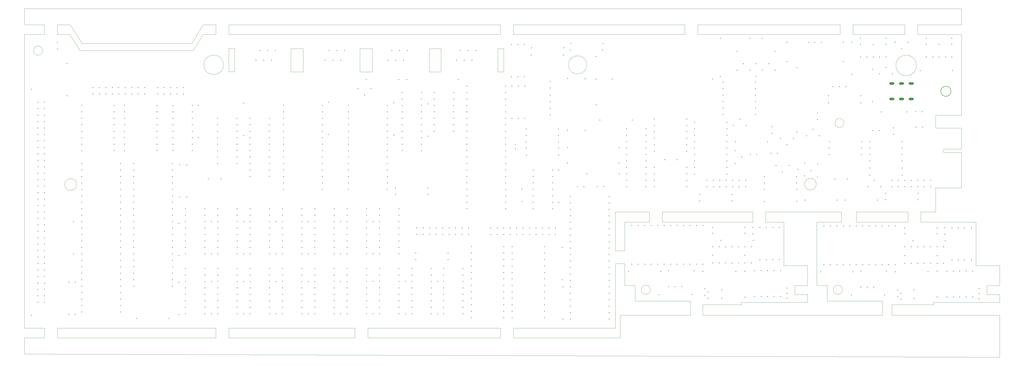
<source format=gm1>
%TF.GenerationSoftware,KiCad,Pcbnew,8.0.6+1*%
%TF.CreationDate,2024-11-20T11:24:01+01:00*%
%TF.ProjectId,QL_schematic,514c5f73-6368-4656-9d61-7469632e6b69,0*%
%TF.SameCoordinates,Original*%
%TF.FileFunction,Profile,NP*%
%FSLAX46Y46*%
G04 Gerber Fmt 4.6, Leading zero omitted, Abs format (unit mm)*
G04 Created by KiCad (PCBNEW 8.0.6+1) date 2024-11-20 11:24:01*
%MOMM*%
%LPD*%
G01*
G04 APERTURE LIST*
%TA.AperFunction,Profile*%
%ADD10C,0.050000*%
%TD*%
%TA.AperFunction,Profile*%
%ADD11C,0.200000*%
%TD*%
%ADD12C,0.350000*%
%ADD13O,2.000000X1.000000*%
G04 APERTURE END LIST*
D10*
X334391000Y-165227000D02*
X344043000Y-165227000D01*
X263017000Y-190119000D02*
X258953000Y-190119000D01*
X263017000Y-190119000D02*
X263017000Y-196342000D01*
X360172000Y-201930000D02*
X360172000Y-196342000D01*
X255270000Y-161290000D02*
X255270000Y-176530000D01*
X289560000Y-197739000D02*
X289560000Y-201930000D01*
X158115000Y-207010000D02*
X210185000Y-207010000D01*
X210185000Y-210820000D01*
X158115000Y-210820000D01*
X158115000Y-207010000D01*
X304800000Y-196850000D02*
X330708000Y-196850000D01*
X321437000Y-165227000D02*
X314325000Y-165227000D01*
X314325000Y-161290000D02*
X344043000Y-161290000D01*
X344442051Y-191897000D02*
G75*
G02*
X340849949Y-191897000I-1796051J0D01*
G01*
X340849949Y-191897000D02*
G75*
G02*
X344442051Y-191897000I1796051J0D01*
G01*
X373459093Y-103632000D02*
G75*
G02*
X365426907Y-103632000I-4016093J0D01*
G01*
X365426907Y-103632000D02*
G75*
G02*
X373459093Y-103632000I4016093J0D01*
G01*
X334137000Y-150368000D02*
G75*
G02*
X329565000Y-150368000I-2286000J0D01*
G01*
X329565000Y-150368000D02*
G75*
G02*
X334137000Y-150368000I2286000J0D01*
G01*
X127825500Y-97028000D02*
X132651500Y-97028000D01*
X132651500Y-106172000D01*
X127825500Y-106172000D01*
X127825500Y-97028000D01*
X255270000Y-207010000D02*
X255270000Y-181610000D01*
X258953000Y-165227000D02*
X268605000Y-165227000D01*
X325755000Y-193802000D02*
X325755000Y-190246000D01*
X257175000Y-201930000D02*
X284734000Y-201930000D01*
X338455000Y-190119000D02*
X334391000Y-190119000D01*
X268605000Y-165227000D02*
X268605000Y-161290000D01*
X314325000Y-165227000D02*
X314325000Y-161290000D01*
X154940000Y-97028000D02*
X159893000Y-97028000D01*
X159893000Y-106172000D01*
X154940000Y-106172000D01*
X154940000Y-97028000D01*
X243967000Y-103378000D02*
G75*
G02*
X236855000Y-103378000I-3556000J0D01*
G01*
X236855000Y-103378000D02*
G75*
G02*
X243967000Y-103378000I3556000J0D01*
G01*
X273685000Y-161290000D02*
X309245000Y-161290000D01*
X309245000Y-165227000D01*
X273685000Y-165227000D01*
X273685000Y-161290000D01*
X215265000Y-210820000D02*
X215265000Y-207010000D01*
X330708000Y-190246000D02*
X330708000Y-182372000D01*
X284734000Y-196342000D02*
X263017000Y-196342000D01*
X391160000Y-87630000D02*
X374015000Y-87630000D01*
X374015000Y-91440000D01*
X391160000Y-91440000D01*
X391160000Y-123190000D01*
X381000000Y-123190000D01*
X381000000Y-128270000D01*
X391160000Y-128270000D01*
X391160000Y-136525000D01*
X384175000Y-136525000D01*
X384175000Y-137795000D01*
X391160000Y-137795000D01*
X391160000Y-151765000D01*
X381000000Y-151765000D01*
X381000000Y-161290000D01*
X375158000Y-161290000D01*
X375158000Y-165227000D01*
X396875000Y-165227000D01*
X396875000Y-182372000D01*
X406146000Y-182372000D01*
X406146000Y-190246000D01*
X401193000Y-190246000D01*
X401193000Y-193802000D01*
X406146000Y-193802000D01*
X406146000Y-196850000D01*
X380238000Y-196850000D01*
X380238000Y-197739000D01*
X363855000Y-197739000D01*
X363855000Y-201930000D01*
X406146000Y-201930000D01*
X406146000Y-218440000D01*
X23241000Y-217170000D01*
X23241000Y-210820000D01*
X31115000Y-210820000D01*
X31115000Y-207010000D01*
X23241000Y-207010000D01*
X23241000Y-91440000D01*
X31115000Y-91440000D01*
X31115000Y-87630000D01*
X23241000Y-87630000D01*
X23241000Y-81280000D01*
X391160000Y-81280000D01*
X391160000Y-87630000D01*
X334391000Y-176530000D02*
X334391000Y-181610000D01*
X269004051Y-191897000D02*
G75*
G02*
X265411949Y-191897000I-1796051J0D01*
G01*
X265411949Y-191897000D02*
G75*
G02*
X269004051Y-191897000I1796051J0D01*
G01*
X258953000Y-181610000D02*
X255270000Y-181610000D01*
X344043000Y-165227000D02*
X344043000Y-161290000D01*
X284734000Y-196342000D02*
X284734000Y-201930000D01*
X360172000Y-196342000D02*
X338455000Y-196342000D01*
X289560000Y-201930000D02*
X360172000Y-201930000D01*
X215265000Y-87630000D02*
X282575000Y-87630000D01*
X282575000Y-91440000D01*
X215265000Y-91440000D01*
X215265000Y-87630000D01*
X348615000Y-87630000D02*
X368935000Y-87630000D01*
X368935000Y-91440000D01*
X348615000Y-91440000D01*
X348615000Y-87630000D01*
X330708000Y-182372000D02*
X321437000Y-182372000D01*
X103505000Y-96901000D02*
X105791000Y-96901000D01*
X105791000Y-106045000D01*
X103505000Y-106045000D01*
X103505000Y-96901000D01*
X338455000Y-190119000D02*
X338455000Y-196342000D01*
X209169000Y-97028000D02*
X211455000Y-97028000D01*
X211455000Y-106172000D01*
X209169000Y-106172000D01*
X209169000Y-97028000D01*
X289560000Y-197739000D02*
X304800000Y-197739000D01*
X304800000Y-197739000D02*
X304800000Y-196850000D01*
X268605000Y-161290000D02*
X255270000Y-161290000D01*
X349885000Y-161290000D02*
X370205000Y-161290000D01*
X370205000Y-165227000D01*
X349885000Y-165227000D01*
X349885000Y-161290000D01*
X287655000Y-87630000D02*
X343535000Y-87630000D01*
X343535000Y-91440000D01*
X287655000Y-91440000D01*
X287655000Y-87630000D01*
X36195000Y-207010000D02*
X98425000Y-207010000D01*
X98425000Y-210820000D01*
X36195000Y-210820000D01*
X36195000Y-207010000D01*
X334391000Y-176530000D02*
X334391000Y-165227000D01*
X258953000Y-181610000D02*
X258953000Y-190119000D01*
X255270000Y-176530000D02*
X258953000Y-176530000D01*
X257175000Y-201930000D02*
X257175000Y-210820000D01*
X182245000Y-97028000D02*
X186817000Y-97028000D01*
X186817000Y-106172000D01*
X182245000Y-106172000D01*
X182245000Y-97028000D01*
X101346000Y-103378000D02*
G75*
G02*
X93726000Y-103378000I-3810000J0D01*
G01*
X93726000Y-103378000D02*
G75*
G02*
X101346000Y-103378000I3810000J0D01*
G01*
X215265000Y-207010000D02*
X255270000Y-207010000D01*
X321437000Y-182372000D02*
X321437000Y-165227000D01*
X257175000Y-210820000D02*
X215265000Y-210820000D01*
X330708000Y-196850000D02*
X330708000Y-193802000D01*
X45847000Y-94996000D02*
X89027000Y-94996000D01*
X93345000Y-87630000D01*
X98425000Y-87630000D01*
X98425000Y-91440000D01*
X93345000Y-91440000D01*
X89535000Y-97790000D01*
X45085000Y-97790000D01*
X41021000Y-91440000D01*
X36195000Y-91440000D01*
X36195000Y-87630000D01*
X41275000Y-87630000D01*
X45847000Y-94996000D01*
X43736867Y-150495000D02*
G75*
G02*
X39067133Y-150495000I-2334867J0D01*
G01*
X39067133Y-150495000D02*
G75*
G02*
X43736867Y-150495000I2334867J0D01*
G01*
X345059000Y-126238000D02*
G75*
G02*
X341503000Y-126238000I-1778000J0D01*
G01*
X341503000Y-126238000D02*
G75*
G02*
X345059000Y-126238000I1778000J0D01*
G01*
X103505000Y-87630000D02*
X210185000Y-87630000D01*
X210185000Y-91440000D01*
X103505000Y-91440000D01*
X103505000Y-87630000D01*
X325755000Y-190246000D02*
X330708000Y-190246000D01*
X30371051Y-97790000D02*
G75*
G02*
X26778949Y-97790000I-1796051J0D01*
G01*
X26778949Y-97790000D02*
G75*
G02*
X30371051Y-97790000I1796051J0D01*
G01*
X258953000Y-176530000D02*
X258953000Y-165227000D01*
X103505000Y-207010000D02*
X153035000Y-207010000D01*
X153035000Y-210820000D01*
X103505000Y-210820000D01*
X103505000Y-207010000D01*
X334391000Y-181610000D02*
X334391000Y-190119000D01*
X330708000Y-193802000D02*
X325755000Y-193802000D01*
D11*
%TO.C,S3*%
X387064000Y-113792000D02*
G75*
G02*
X383064000Y-113792000I-2000000J0D01*
G01*
X383064000Y-113792000D02*
G75*
G02*
X387064000Y-113792000I2000000J0D01*
G01*
%TD*%
D12*
X276225000Y-190683000D03*
X278765000Y-190683000D03*
X281305000Y-190683000D03*
X58420000Y-137160000D03*
X45720000Y-137160000D03*
X358902000Y-129286000D03*
X356402000Y-129286000D03*
X297585000Y-115310000D03*
X310285000Y-115310000D03*
X211455000Y-185039000D03*
X198755000Y-185039000D03*
X387397000Y-92830000D03*
X377397000Y-92830000D03*
X387397000Y-95330000D03*
X377397000Y-95330000D03*
X382397000Y-100330000D03*
X382397000Y-95330000D03*
X387397000Y-100330000D03*
X384897000Y-100330000D03*
X377397000Y-100330000D03*
X379897000Y-100330000D03*
X283337000Y-137414000D03*
X270637000Y-137414000D03*
X347980000Y-193929000D03*
X360934000Y-193929000D03*
X227457000Y-182499000D03*
X214757000Y-182499000D03*
X368935000Y-175006000D03*
X371475000Y-175006000D03*
X374015000Y-175006000D03*
X376555000Y-175006000D03*
X379095000Y-175006000D03*
X381635000Y-175006000D03*
X384175000Y-175006000D03*
X244094000Y-146304000D03*
X256794000Y-146304000D03*
X233045000Y-138938000D03*
X220345000Y-138938000D03*
X227457000Y-195199000D03*
X214757000Y-195199000D03*
X398145000Y-191453000D03*
X398145000Y-193453000D03*
X398145000Y-195453000D03*
X227457000Y-185039000D03*
X214757000Y-185039000D03*
X137287000Y-160020000D03*
X137287000Y-162560000D03*
X137287000Y-165100000D03*
X137287000Y-167640000D03*
X137287000Y-170180000D03*
X137287000Y-172720000D03*
X137287000Y-175260000D03*
X137287000Y-177800000D03*
X144907000Y-177800000D03*
X144907000Y-175260000D03*
X144907000Y-172720000D03*
X144907000Y-170180000D03*
X144907000Y-167640000D03*
X144907000Y-165100000D03*
X144907000Y-162560000D03*
X144907000Y-160020000D03*
X235077000Y-96647000D03*
X222377000Y-96647000D03*
X373166000Y-121793000D03*
X375666000Y-121793000D03*
X75311000Y-134620000D03*
X62611000Y-134620000D03*
X306197000Y-167386000D03*
X293497000Y-167386000D03*
X147447000Y-201295000D03*
X147447000Y-188595000D03*
X290449000Y-191516000D03*
X290449000Y-191516000D03*
X291719000Y-192786000D03*
X291719000Y-192786000D03*
X290449000Y-194056000D03*
X290449000Y-194056000D03*
X291719000Y-195199000D03*
X291719000Y-195199000D03*
X355219000Y-141224000D03*
X367919000Y-141224000D03*
X286385000Y-143764000D03*
X299085000Y-143764000D03*
X234950000Y-99568000D03*
X222250000Y-99568000D03*
X319659000Y-180086000D03*
X319659000Y-167386000D03*
X329565000Y-147066000D03*
X327025000Y-144526000D03*
X329565000Y-141986000D03*
X297585000Y-120390000D03*
X310285000Y-120390000D03*
X220218000Y-128651000D03*
X232918000Y-128651000D03*
X227457000Y-197739000D03*
X214757000Y-197739000D03*
X175387000Y-183515000D03*
X175387000Y-186055000D03*
X175387000Y-188595000D03*
X175387000Y-191135000D03*
X175387000Y-193675000D03*
X175387000Y-196215000D03*
X175387000Y-198755000D03*
X175387000Y-201295000D03*
X183007000Y-201295000D03*
X183007000Y-198755000D03*
X183007000Y-196215000D03*
X183007000Y-193675000D03*
X183007000Y-191135000D03*
X183007000Y-188595000D03*
X183007000Y-186055000D03*
X183007000Y-183515000D03*
X217170000Y-124460000D03*
X217170000Y-111760000D03*
X326517000Y-152400000D03*
X313817000Y-152400000D03*
X313817000Y-149860000D03*
X326517000Y-149860000D03*
X315087000Y-133705600D03*
X302387000Y-133705600D03*
X137287000Y-183515000D03*
X137287000Y-186055000D03*
X137287000Y-188595000D03*
X137287000Y-191135000D03*
X137287000Y-193675000D03*
X137287000Y-196215000D03*
X137287000Y-198755000D03*
X137287000Y-201295000D03*
X144907000Y-201295000D03*
X144907000Y-198755000D03*
X144907000Y-196215000D03*
X144907000Y-193675000D03*
X144907000Y-191135000D03*
X144907000Y-188595000D03*
X144907000Y-186055000D03*
X144907000Y-183515000D03*
X96647000Y-201295000D03*
X96647000Y-188595000D03*
X395097000Y-180213000D03*
X395097000Y-167513000D03*
X288417000Y-156972000D03*
X301117000Y-156972000D03*
X326567800Y-104444800D03*
X326567800Y-129844800D03*
X172847000Y-201295000D03*
X172847000Y-188595000D03*
X192913000Y-101600000D03*
X194437000Y-97790000D03*
X195961000Y-101600000D03*
X197485000Y-97790000D03*
X199009000Y-101600000D03*
X200533000Y-97790000D03*
X309245000Y-167335200D03*
X309245000Y-169875200D03*
X40005000Y-115570000D03*
X40005000Y-102870000D03*
X306197000Y-184650000D03*
X306197000Y-194810000D03*
X370205000Y-94488000D03*
X367665000Y-97028000D03*
X365125000Y-94488000D03*
X181610000Y-118745000D03*
X181610000Y-131445000D03*
X219583000Y-95377000D03*
X219583000Y-108077000D03*
X291211000Y-148844000D03*
X293751000Y-148844000D03*
X296291000Y-148844000D03*
X298831000Y-148844000D03*
X301371000Y-148844000D03*
X303911000Y-148844000D03*
X306451000Y-148844000D03*
X291211000Y-151384000D03*
X293751000Y-151384000D03*
X296291000Y-151384000D03*
X298831000Y-151384000D03*
X301371000Y-151384000D03*
X303911000Y-151384000D03*
X306451000Y-151384000D03*
X211455000Y-182499000D03*
X198755000Y-182499000D03*
X308269000Y-138684000D03*
X310769000Y-138684000D03*
X85725000Y-114845000D03*
X85725000Y-112305000D03*
X83185000Y-114845000D03*
X83185000Y-112305000D03*
X80645000Y-114845000D03*
X80645000Y-112305000D03*
X78105000Y-114845000D03*
X78105000Y-112305000D03*
X75565000Y-114845000D03*
X75565000Y-112305000D03*
X70485000Y-114845000D03*
X70485000Y-112305000D03*
X67945000Y-114845000D03*
X67945000Y-112305000D03*
X65405000Y-114845000D03*
X65405000Y-112305000D03*
X62865000Y-114845000D03*
X62865000Y-112305000D03*
X60325000Y-114845000D03*
X60325000Y-112305000D03*
X57785000Y-114845000D03*
X57785000Y-112305000D03*
X55245000Y-114845000D03*
X55245000Y-112305000D03*
X52705000Y-114845000D03*
X52705000Y-112305000D03*
X50165000Y-114845000D03*
X50165000Y-112305000D03*
X312039000Y-180086000D03*
X312039000Y-167386000D03*
X75184000Y-129540000D03*
X62484000Y-129540000D03*
X368935000Y-169799000D03*
X381635000Y-169799000D03*
X286385000Y-138684000D03*
X299085000Y-138684000D03*
X214757000Y-179959000D03*
X227457000Y-179959000D03*
X270637000Y-124714000D03*
X283337000Y-124714000D03*
X334645000Y-147574000D03*
X332105000Y-145034000D03*
X334645000Y-142494000D03*
X45720000Y-142240000D03*
X45720000Y-144780000D03*
X45720000Y-147320000D03*
X45720000Y-149860000D03*
X45720000Y-152400000D03*
X45720000Y-154940000D03*
X45720000Y-157480000D03*
X45720000Y-160020000D03*
X45720000Y-162560000D03*
X45720000Y-165100000D03*
X45720000Y-167640000D03*
X45720000Y-170180000D03*
X45720000Y-172720000D03*
X45720000Y-175260000D03*
X45720000Y-177800000D03*
X45720000Y-180340000D03*
X45720000Y-182880000D03*
X45720000Y-185420000D03*
X45720000Y-187960000D03*
X45720000Y-190500000D03*
X45720000Y-193040000D03*
X45720000Y-195580000D03*
X45720000Y-198120000D03*
X45720000Y-200660000D03*
X60960000Y-200660000D03*
X60960000Y-198120000D03*
X60960000Y-195580000D03*
X60960000Y-193040000D03*
X60960000Y-190500000D03*
X60960000Y-187960000D03*
X60960000Y-185420000D03*
X60960000Y-182880000D03*
X60960000Y-180340000D03*
X60960000Y-177800000D03*
X60960000Y-175260000D03*
X60960000Y-172720000D03*
X60960000Y-170180000D03*
X60960000Y-167640000D03*
X60960000Y-165100000D03*
X60960000Y-162560000D03*
X60960000Y-160020000D03*
X60960000Y-157480000D03*
X60960000Y-154940000D03*
X60960000Y-152400000D03*
X60960000Y-149860000D03*
X60960000Y-147320000D03*
X60960000Y-144780000D03*
X60960000Y-142240000D03*
X361442000Y-153924000D03*
X374142000Y-153924000D03*
X259715000Y-128524000D03*
X259715000Y-131064000D03*
X259715000Y-133604000D03*
X259715000Y-136144000D03*
X259715000Y-138684000D03*
X259715000Y-141224000D03*
X259715000Y-143764000D03*
X259715000Y-146304000D03*
X259715000Y-148844000D03*
X259715000Y-151384000D03*
X267335000Y-151384000D03*
X267335000Y-148844000D03*
X267335000Y-146304000D03*
X267335000Y-143764000D03*
X267335000Y-141224000D03*
X267335000Y-138684000D03*
X267335000Y-136144000D03*
X267335000Y-133604000D03*
X267335000Y-131064000D03*
X267335000Y-128524000D03*
X185420000Y-201295000D03*
X185420000Y-188595000D03*
X141351000Y-101600000D03*
X142875000Y-97790000D03*
X144399000Y-101600000D03*
X145923000Y-97790000D03*
X147447000Y-101600000D03*
X148971000Y-97790000D03*
X302641000Y-184658000D03*
X289687000Y-184658000D03*
X270637000Y-143764000D03*
X283337000Y-143764000D03*
X364490000Y-128207888D03*
X364490000Y-130707888D03*
X227457000Y-202819000D03*
X214757000Y-202819000D03*
X306197000Y-178308000D03*
X293497000Y-178308000D03*
X345567000Y-156591000D03*
X358267000Y-156591000D03*
X237744000Y-94996000D03*
X250444000Y-94996000D03*
X227457000Y-190119000D03*
X214757000Y-190119000D03*
X297585000Y-117850000D03*
X310285000Y-117850000D03*
X142621000Y-118110000D03*
X142621000Y-130810000D03*
X216027000Y-136398000D03*
X216027000Y-134698000D03*
X369697000Y-121920000D03*
X359697000Y-121920000D03*
X355219000Y-144018000D03*
X367919000Y-144018000D03*
X75184000Y-131953000D03*
X62484000Y-131953000D03*
X270637000Y-129674000D03*
X283337000Y-129674000D03*
X261874000Y-125095000D03*
X249174000Y-125095000D03*
X315087000Y-184404000D03*
X315087000Y-194564000D03*
X368935000Y-181483000D03*
X371475000Y-181483000D03*
X374015000Y-181483000D03*
X376555000Y-181483000D03*
X379095000Y-181483000D03*
X381635000Y-181483000D03*
X384175000Y-181483000D03*
X387731000Y-105664000D03*
X375031000Y-105664000D03*
X322707000Y-102108000D03*
X322707000Y-94488000D03*
X220218000Y-131191000D03*
X232918000Y-131191000D03*
X160147000Y-177800000D03*
X160147000Y-165100000D03*
X217043000Y-108077000D03*
X217043000Y-95377000D03*
X184150000Y-114300000D03*
X184150000Y-116840000D03*
X184150000Y-119380000D03*
X184150000Y-121920000D03*
X184150000Y-124460000D03*
X184150000Y-127000000D03*
X184150000Y-129540000D03*
X191770000Y-129540000D03*
X191770000Y-127000000D03*
X191770000Y-124460000D03*
X191770000Y-121920000D03*
X191770000Y-119380000D03*
X191770000Y-116840000D03*
X191770000Y-114300000D03*
X339217000Y-136144000D03*
X351917000Y-136144000D03*
X124968000Y-119380000D03*
X124968000Y-121920000D03*
X124968000Y-124460000D03*
X124968000Y-127000000D03*
X124968000Y-129540000D03*
X124968000Y-132080000D03*
X124968000Y-134620000D03*
X124968000Y-137160000D03*
X124968000Y-139700000D03*
X124968000Y-142240000D03*
X124968000Y-144780000D03*
X124968000Y-147320000D03*
X124968000Y-149860000D03*
X124968000Y-152400000D03*
X140208000Y-152400000D03*
X140208000Y-149860000D03*
X140208000Y-147320000D03*
X140208000Y-144780000D03*
X140208000Y-142240000D03*
X140208000Y-139700000D03*
X140208000Y-137160000D03*
X140208000Y-134620000D03*
X140208000Y-132080000D03*
X140208000Y-129540000D03*
X140208000Y-127000000D03*
X140208000Y-124460000D03*
X140208000Y-121920000D03*
X140208000Y-119380000D03*
X99187000Y-183515000D03*
X99187000Y-186055000D03*
X99187000Y-188595000D03*
X99187000Y-191135000D03*
X99187000Y-193675000D03*
X99187000Y-196215000D03*
X99187000Y-198755000D03*
X99187000Y-201295000D03*
X106807000Y-201295000D03*
X106807000Y-198755000D03*
X106807000Y-196215000D03*
X106807000Y-193675000D03*
X106807000Y-191135000D03*
X106807000Y-188595000D03*
X106807000Y-186055000D03*
X106807000Y-183515000D03*
X270637000Y-132214000D03*
X283337000Y-132214000D03*
X385445000Y-194691000D03*
X385445000Y-184531000D03*
X338963000Y-115570000D03*
X351663000Y-115570000D03*
X326517000Y-147320000D03*
X313817000Y-147320000D03*
X198755000Y-190119000D03*
X211455000Y-190119000D03*
X75311000Y-127000000D03*
X62611000Y-127000000D03*
X111887000Y-160020000D03*
X111887000Y-162560000D03*
X111887000Y-165100000D03*
X111887000Y-167640000D03*
X111887000Y-170180000D03*
X111887000Y-172720000D03*
X111887000Y-175260000D03*
X111887000Y-177800000D03*
X119507000Y-177800000D03*
X119507000Y-175260000D03*
X119507000Y-172720000D03*
X119507000Y-170180000D03*
X119507000Y-167640000D03*
X119507000Y-165100000D03*
X119507000Y-162560000D03*
X119507000Y-160020000D03*
X286385000Y-131064000D03*
X299085000Y-131064000D03*
X345821000Y-112014000D03*
X343281000Y-112014000D03*
X340741000Y-112014000D03*
X320167000Y-194564000D03*
X320167000Y-184404000D03*
X293497000Y-175006000D03*
X296037000Y-175006000D03*
X298577000Y-175006000D03*
X301117000Y-175006000D03*
X303657000Y-175006000D03*
X306197000Y-175006000D03*
X308737000Y-175006000D03*
X114173000Y-101600000D03*
X115697000Y-97790000D03*
X117221000Y-101600000D03*
X118745000Y-97790000D03*
X120269000Y-101600000D03*
X121793000Y-97790000D03*
X310261000Y-112770000D03*
X297561000Y-112770000D03*
X283337000Y-151384000D03*
X270637000Y-151384000D03*
X361529000Y-92830000D03*
X351529000Y-92830000D03*
X361529000Y-95330000D03*
X351529000Y-95330000D03*
X356529000Y-100330000D03*
X356529000Y-95330000D03*
X361529000Y-100330000D03*
X359029000Y-100330000D03*
X351529000Y-100330000D03*
X354029000Y-100330000D03*
X234442000Y-175260000D03*
X234442000Y-187960000D03*
X395605000Y-194691000D03*
X395605000Y-184531000D03*
X314579000Y-180086000D03*
X314579000Y-167386000D03*
X297053000Y-192024000D03*
X297053000Y-195326000D03*
X36195000Y-97155000D03*
X36195000Y-94615000D03*
X211455000Y-177419000D03*
X198755000Y-177419000D03*
X198755000Y-195199000D03*
X211455000Y-195199000D03*
X58420000Y-132080000D03*
X45720000Y-132080000D03*
X176911000Y-177419000D03*
X189611000Y-177419000D03*
X299085000Y-136144000D03*
X286385000Y-136144000D03*
X240411000Y-151384000D03*
X242951000Y-151384000D03*
X223012000Y-144780000D03*
X223012000Y-147320000D03*
X223012000Y-149860000D03*
X223012000Y-152400000D03*
X223012000Y-154940000D03*
X223012000Y-157480000D03*
X223012000Y-160020000D03*
X230632000Y-160020000D03*
X230632000Y-157480000D03*
X230632000Y-154940000D03*
X230632000Y-152400000D03*
X230632000Y-149860000D03*
X230632000Y-147320000D03*
X230632000Y-144780000D03*
X381635000Y-167513000D03*
X368935000Y-167513000D03*
X81534000Y-119380000D03*
X81534000Y-121920000D03*
X81534000Y-124460000D03*
X81534000Y-127000000D03*
X81534000Y-129540000D03*
X81534000Y-132080000D03*
X81534000Y-134620000D03*
X81534000Y-137160000D03*
X89154000Y-137160000D03*
X89154000Y-134620000D03*
X89154000Y-132080000D03*
X89154000Y-129540000D03*
X89154000Y-127000000D03*
X89154000Y-124460000D03*
X89154000Y-121920000D03*
X89154000Y-119380000D03*
X337185000Y-181991000D03*
X339725000Y-181991000D03*
X342265000Y-181991000D03*
X344805000Y-181991000D03*
X347345000Y-181991000D03*
X349885000Y-181991000D03*
X352425000Y-181991000D03*
X354965000Y-181991000D03*
X357505000Y-181991000D03*
X360045000Y-181991000D03*
X362585000Y-181991000D03*
X365125000Y-181991000D03*
X365125000Y-166751000D03*
X362585000Y-166751000D03*
X360045000Y-166751000D03*
X357505000Y-166751000D03*
X354965000Y-166751000D03*
X352425000Y-166751000D03*
X349885000Y-166751000D03*
X347345000Y-166751000D03*
X344805000Y-166751000D03*
X342265000Y-166751000D03*
X339725000Y-166751000D03*
X337185000Y-166751000D03*
X313055000Y-92950000D03*
X305555000Y-102950000D03*
X310555000Y-102950000D03*
X315555000Y-102950000D03*
X308095000Y-105450000D03*
X313055000Y-105450000D03*
X303055000Y-105450000D03*
X318055000Y-105450000D03*
X310555000Y-107950000D03*
X318055000Y-98150000D03*
X308055000Y-92950000D03*
X303055000Y-98150000D03*
X354457000Y-151384000D03*
X356997000Y-148844000D03*
X359537000Y-151384000D03*
X355219000Y-133604000D03*
X367919000Y-133604000D03*
X335915000Y-184785000D03*
X348615000Y-184785000D03*
X162687000Y-160020000D03*
X162687000Y-162560000D03*
X162687000Y-165100000D03*
X162687000Y-167640000D03*
X162687000Y-170180000D03*
X162687000Y-172720000D03*
X162687000Y-175260000D03*
X162687000Y-177800000D03*
X170307000Y-177800000D03*
X170307000Y-175260000D03*
X170307000Y-172720000D03*
X170307000Y-170180000D03*
X170307000Y-167640000D03*
X170307000Y-165100000D03*
X170307000Y-162560000D03*
X170307000Y-160020000D03*
X170180000Y-109220000D03*
X157480000Y-109220000D03*
X336169000Y-94570000D03*
X333629000Y-94570000D03*
X331089000Y-94570000D03*
X147447000Y-177800000D03*
X147447000Y-165100000D03*
X338963000Y-118364000D03*
X351663000Y-118364000D03*
X309372000Y-172466000D03*
X296672000Y-172466000D03*
X322707000Y-191262000D03*
X322707000Y-193262000D03*
X322707000Y-195262000D03*
X220218000Y-133731000D03*
X232918000Y-133731000D03*
X373420000Y-127889000D03*
X375920000Y-127889000D03*
X351663000Y-190810000D03*
X354203000Y-190810000D03*
X356743000Y-190810000D03*
X149987000Y-160020000D03*
X149987000Y-162560000D03*
X149987000Y-165100000D03*
X149987000Y-167640000D03*
X149987000Y-170180000D03*
X149987000Y-172720000D03*
X149987000Y-175260000D03*
X149987000Y-177800000D03*
X157607000Y-177800000D03*
X157607000Y-175260000D03*
X157607000Y-172720000D03*
X157607000Y-170180000D03*
X157607000Y-167640000D03*
X157607000Y-165100000D03*
X157607000Y-162560000D03*
X157607000Y-160020000D03*
X86487000Y-183515000D03*
X86487000Y-186055000D03*
X86487000Y-188595000D03*
X86487000Y-191135000D03*
X86487000Y-193675000D03*
X86487000Y-196215000D03*
X86487000Y-198755000D03*
X86487000Y-201295000D03*
X94107000Y-201295000D03*
X94107000Y-198755000D03*
X94107000Y-196215000D03*
X94107000Y-193675000D03*
X94107000Y-191135000D03*
X94107000Y-188595000D03*
X94107000Y-186055000D03*
X94107000Y-183515000D03*
X243459000Y-129159000D03*
X243459000Y-108839000D03*
X261747000Y-181864000D03*
X264287000Y-181864000D03*
X266827000Y-181864000D03*
X269367000Y-181864000D03*
X271907000Y-181864000D03*
X274447000Y-181864000D03*
X276987000Y-181864000D03*
X279527000Y-181864000D03*
X282067000Y-181864000D03*
X284607000Y-181864000D03*
X287147000Y-181864000D03*
X289687000Y-181864000D03*
X289687000Y-166624000D03*
X287147000Y-166624000D03*
X284607000Y-166624000D03*
X282067000Y-166624000D03*
X279527000Y-166624000D03*
X276987000Y-166624000D03*
X274447000Y-166624000D03*
X271907000Y-166624000D03*
X269367000Y-166624000D03*
X266827000Y-166624000D03*
X264287000Y-166624000D03*
X261747000Y-166624000D03*
X288417000Y-154432000D03*
X301117000Y-154432000D03*
X75311000Y-121920000D03*
X62611000Y-121920000D03*
X310007000Y-194564000D03*
X310007000Y-184404000D03*
X286385000Y-133604000D03*
X299085000Y-133604000D03*
X214503000Y-108077000D03*
X214503000Y-95377000D03*
X293497000Y-169672000D03*
X306197000Y-169672000D03*
X341503000Y-148336000D03*
X346503000Y-148336000D03*
X256717800Y-141986000D03*
X236397800Y-141986000D03*
X297585000Y-122930000D03*
X310285000Y-122930000D03*
X270637000Y-134874000D03*
X283337000Y-134874000D03*
X160147000Y-201295000D03*
X160147000Y-188595000D03*
X325247000Y-132334000D03*
X322707000Y-134874000D03*
X320167000Y-132334000D03*
X214757000Y-177419000D03*
X227457000Y-177419000D03*
X384683000Y-167487600D03*
X384683000Y-170027600D03*
X286385000Y-141224000D03*
X299085000Y-141224000D03*
X196977000Y-111760000D03*
X196977000Y-114300000D03*
X196977000Y-116840000D03*
X196977000Y-119380000D03*
X196977000Y-121920000D03*
X196977000Y-124460000D03*
X196977000Y-127000000D03*
X196977000Y-129540000D03*
X196977000Y-132080000D03*
X196977000Y-134620000D03*
X196977000Y-137160000D03*
X196977000Y-139700000D03*
X196977000Y-142240000D03*
X196977000Y-144780000D03*
X196977000Y-147320000D03*
X196977000Y-149860000D03*
X196977000Y-152400000D03*
X196977000Y-154940000D03*
X196977000Y-157480000D03*
X196977000Y-160020000D03*
X212217000Y-160020000D03*
X212217000Y-157480000D03*
X212217000Y-154940000D03*
X212217000Y-152400000D03*
X212217000Y-149860000D03*
X212217000Y-147320000D03*
X212217000Y-144780000D03*
X212217000Y-142240000D03*
X212217000Y-139700000D03*
X212217000Y-137160000D03*
X212217000Y-134620000D03*
X212217000Y-132080000D03*
X212217000Y-129540000D03*
X212217000Y-127000000D03*
X212217000Y-124460000D03*
X212217000Y-121920000D03*
X212217000Y-119380000D03*
X212217000Y-116840000D03*
X212217000Y-114300000D03*
X212217000Y-111760000D03*
X302387000Y-137160000D03*
X304927000Y-139700000D03*
X302387000Y-142240000D03*
X270637000Y-148844000D03*
X283337000Y-148844000D03*
X250698000Y-151257000D03*
X248158000Y-151257000D03*
X272479888Y-193802000D03*
X285433888Y-193802000D03*
X214757000Y-174879000D03*
X227457000Y-174879000D03*
X181610000Y-151765000D03*
X168910000Y-151765000D03*
X219710000Y-124460000D03*
X219710000Y-111760000D03*
X181610000Y-154305000D03*
X168910000Y-154305000D03*
X279527000Y-140716000D03*
X274647000Y-140716000D03*
X122047000Y-177800000D03*
X122047000Y-165100000D03*
X384810000Y-172593000D03*
X372110000Y-172593000D03*
X177292000Y-170120000D03*
X177292000Y-167580000D03*
X179832000Y-170120000D03*
X179832000Y-167580000D03*
X182372000Y-170120000D03*
X182372000Y-167580000D03*
X184912000Y-170120000D03*
X184912000Y-167580000D03*
X187452000Y-170120000D03*
X187452000Y-167580000D03*
X189992000Y-170120000D03*
X189992000Y-167580000D03*
X192532000Y-170120000D03*
X192532000Y-167580000D03*
X195072000Y-170120000D03*
X195072000Y-167580000D03*
X197612000Y-170120000D03*
X197612000Y-167580000D03*
X313817000Y-157099000D03*
X326517000Y-157099000D03*
X361696000Y-184531000D03*
X351696000Y-184531000D03*
X286225000Y-184404000D03*
X276225000Y-184404000D03*
X109347000Y-201295000D03*
X109347000Y-188595000D03*
X381635000Y-178435000D03*
X368935000Y-178435000D03*
X198755000Y-202819000D03*
X211455000Y-202819000D03*
X260477000Y-184658000D03*
X273177000Y-184658000D03*
X176911000Y-179959000D03*
X189611000Y-179959000D03*
X214630000Y-111760000D03*
X214630000Y-124460000D03*
X165989000Y-101600000D03*
X167513000Y-97790000D03*
X169037000Y-101600000D03*
X170561000Y-97790000D03*
X172085000Y-101600000D03*
X173609000Y-97790000D03*
X124587000Y-160020000D03*
X124587000Y-162560000D03*
X124587000Y-165100000D03*
X124587000Y-167640000D03*
X124587000Y-170180000D03*
X124587000Y-172720000D03*
X124587000Y-175260000D03*
X124587000Y-177800000D03*
X132207000Y-177800000D03*
X132207000Y-175260000D03*
X132207000Y-172720000D03*
X132207000Y-170180000D03*
X132207000Y-167640000D03*
X132207000Y-165100000D03*
X132207000Y-162560000D03*
X132207000Y-160020000D03*
X387985000Y-194691000D03*
X387985000Y-184531000D03*
X351917000Y-138684000D03*
X339217000Y-138684000D03*
X111887000Y-183515000D03*
X111887000Y-186055000D03*
X111887000Y-188595000D03*
X111887000Y-191135000D03*
X111887000Y-193675000D03*
X111887000Y-196215000D03*
X111887000Y-198755000D03*
X111887000Y-201295000D03*
X119507000Y-201295000D03*
X119507000Y-198755000D03*
X119507000Y-196215000D03*
X119507000Y-193675000D03*
X119507000Y-191135000D03*
X119507000Y-188595000D03*
X119507000Y-186055000D03*
X119507000Y-183515000D03*
X86487000Y-160020000D03*
X86487000Y-162560000D03*
X86487000Y-165100000D03*
X86487000Y-167640000D03*
X86487000Y-170180000D03*
X86487000Y-172720000D03*
X86487000Y-175260000D03*
X86487000Y-177800000D03*
X94107000Y-177800000D03*
X94107000Y-175260000D03*
X94107000Y-172720000D03*
X94107000Y-170180000D03*
X94107000Y-167640000D03*
X94107000Y-165100000D03*
X94107000Y-162560000D03*
X94107000Y-160020000D03*
X229743000Y-112522000D03*
X229743000Y-109982000D03*
X198755000Y-192659000D03*
X211455000Y-192659000D03*
X387477000Y-180213000D03*
X387477000Y-167513000D03*
X299085000Y-146354800D03*
X286385000Y-146354800D03*
X323469000Y-143002000D03*
X320929000Y-145542000D03*
X318389000Y-143002000D03*
X26035000Y-201940000D03*
X26035000Y-113040000D03*
X28575000Y-196850000D03*
X28575000Y-194310000D03*
X28575000Y-191770000D03*
X28575000Y-189230000D03*
X28575000Y-186690000D03*
X28575000Y-184150000D03*
X28575000Y-181610000D03*
X28575000Y-179070000D03*
X28575000Y-176530000D03*
X28575000Y-173990000D03*
X28575000Y-171450000D03*
X28575000Y-168910000D03*
X28575000Y-166370000D03*
X28575000Y-163830000D03*
X28575000Y-161290000D03*
X28575000Y-158750000D03*
X28575000Y-156210000D03*
X28575000Y-153670000D03*
X28575000Y-151130000D03*
X28575000Y-148590000D03*
X28575000Y-146050000D03*
X28575000Y-143510000D03*
X28575000Y-140970000D03*
X28575000Y-138430000D03*
X28575000Y-135890000D03*
X28575000Y-133350000D03*
X28575000Y-130810000D03*
X28575000Y-128270000D03*
X28575000Y-125730000D03*
X28575000Y-123190000D03*
X28575000Y-120650000D03*
X28575000Y-118110000D03*
X31115000Y-196850000D03*
X31115000Y-194310000D03*
X31115000Y-191770000D03*
X31115000Y-189230000D03*
X31115000Y-186690000D03*
X31115000Y-184150000D03*
X31115000Y-181610000D03*
X31115000Y-179070000D03*
X31115000Y-176530000D03*
X31115000Y-173990000D03*
X31115000Y-171450000D03*
X31115000Y-168910000D03*
X31115000Y-166370000D03*
X31115000Y-163830000D03*
X31115000Y-161290000D03*
X31115000Y-158750000D03*
X31115000Y-156210000D03*
X31115000Y-153670000D03*
X31115000Y-151130000D03*
X31115000Y-148590000D03*
X31115000Y-146050000D03*
X31115000Y-143510000D03*
X31115000Y-140970000D03*
X31115000Y-138430000D03*
X31115000Y-135890000D03*
X31115000Y-133350000D03*
X31115000Y-130810000D03*
X31115000Y-128270000D03*
X31115000Y-125730000D03*
X31115000Y-123190000D03*
X31115000Y-120650000D03*
X31115000Y-118110000D03*
X83820000Y-178435000D03*
X83820000Y-165735000D03*
X198755000Y-197739000D03*
X211455000Y-197739000D03*
X124587000Y-183515000D03*
X124587000Y-186055000D03*
X124587000Y-188595000D03*
X124587000Y-191135000D03*
X124587000Y-193675000D03*
X124587000Y-196215000D03*
X124587000Y-198755000D03*
X124587000Y-201295000D03*
X132207000Y-201295000D03*
X132207000Y-198755000D03*
X132207000Y-196215000D03*
X132207000Y-193675000D03*
X132207000Y-191135000D03*
X132207000Y-188595000D03*
X132207000Y-186055000D03*
X132207000Y-183515000D03*
X227457000Y-192659000D03*
X214757000Y-192659000D03*
X233045000Y-136144000D03*
X220345000Y-136144000D03*
X299085000Y-128524000D03*
X286385000Y-128524000D03*
X312547000Y-194564000D03*
X312547000Y-184404000D03*
X378079000Y-184785000D03*
X365125000Y-184785000D03*
X75311000Y-137160000D03*
X62611000Y-137160000D03*
X40640000Y-188849000D03*
X40640000Y-201549000D03*
X45720000Y-134620000D03*
X58420000Y-134620000D03*
X58420000Y-124460000D03*
X45720000Y-124460000D03*
X392303000Y-180213000D03*
X392303000Y-167513000D03*
X109347000Y-118491000D03*
X109347000Y-131191000D03*
X150495000Y-119380000D03*
X150495000Y-121920000D03*
X150495000Y-124460000D03*
X150495000Y-127000000D03*
X150495000Y-129540000D03*
X150495000Y-132080000D03*
X150495000Y-134620000D03*
X150495000Y-137160000D03*
X150495000Y-139700000D03*
X150495000Y-142240000D03*
X150495000Y-144780000D03*
X150495000Y-147320000D03*
X150495000Y-149860000D03*
X150495000Y-152400000D03*
X165735000Y-152400000D03*
X165735000Y-149860000D03*
X165735000Y-147320000D03*
X165735000Y-144780000D03*
X165735000Y-142240000D03*
X165735000Y-139700000D03*
X165735000Y-137160000D03*
X165735000Y-134620000D03*
X165735000Y-132080000D03*
X165735000Y-129540000D03*
X165735000Y-127000000D03*
X165735000Y-124460000D03*
X165735000Y-121920000D03*
X165735000Y-119380000D03*
X355219000Y-138684000D03*
X367919000Y-138684000D03*
X168275000Y-118364000D03*
X168275000Y-131064000D03*
X317119000Y-180086000D03*
X317119000Y-167386000D03*
X317627000Y-184404000D03*
X317627000Y-194564000D03*
X334645000Y-122428000D03*
X334645000Y-124968000D03*
X361315000Y-156464000D03*
X374015000Y-156464000D03*
X211455000Y-174879000D03*
X198755000Y-174879000D03*
X198755000Y-200279000D03*
X211455000Y-200279000D03*
X234696000Y-190754000D03*
X234696000Y-203454000D03*
X99187000Y-160020000D03*
X99187000Y-162560000D03*
X99187000Y-165100000D03*
X99187000Y-167640000D03*
X99187000Y-170180000D03*
X99187000Y-172720000D03*
X99187000Y-175260000D03*
X99187000Y-177800000D03*
X106807000Y-177800000D03*
X106807000Y-175260000D03*
X106807000Y-172720000D03*
X106807000Y-170180000D03*
X106807000Y-167640000D03*
X106807000Y-165100000D03*
X106807000Y-162560000D03*
X106807000Y-160020000D03*
X86995000Y-142748000D03*
X86995000Y-155448000D03*
X389890000Y-180213000D03*
X389890000Y-167513000D03*
X393065000Y-184531000D03*
X393065000Y-194691000D03*
X122047000Y-201295000D03*
X122047000Y-188595000D03*
X390525000Y-184531000D03*
X390525000Y-194691000D03*
X366141000Y-192024000D03*
X366141000Y-192024000D03*
X367411000Y-193294000D03*
X367411000Y-193294000D03*
X366141000Y-194564000D03*
X366141000Y-194564000D03*
X367411000Y-195707000D03*
X367411000Y-195707000D03*
X58420000Y-129540000D03*
X45720000Y-129540000D03*
X374142000Y-153924000D03*
X361442000Y-153924000D03*
X372491000Y-192024000D03*
X372491000Y-195326000D03*
X58420000Y-119380000D03*
X45720000Y-119380000D03*
X236397800Y-108813600D03*
X236397800Y-129133600D03*
X75311000Y-119380000D03*
X62611000Y-119380000D03*
X359029000Y-106934000D03*
X361569000Y-104394000D03*
X364109000Y-106934000D03*
X297585000Y-110230000D03*
X310285000Y-110230000D03*
X134747000Y-177800000D03*
X134747000Y-165100000D03*
X316397000Y-138176000D03*
X318897000Y-138176000D03*
X80010000Y-203200000D03*
X67310000Y-203200000D03*
X293497000Y-181356000D03*
X296037000Y-181356000D03*
X298577000Y-181356000D03*
X301117000Y-181356000D03*
X303657000Y-181356000D03*
X306197000Y-181356000D03*
X308737000Y-181356000D03*
X218567000Y-157153000D03*
X218567000Y-152273000D03*
X111760000Y-124460000D03*
X111760000Y-127000000D03*
X111760000Y-129540000D03*
X111760000Y-132080000D03*
X111760000Y-134620000D03*
X111760000Y-137160000D03*
X111760000Y-139700000D03*
X111760000Y-142240000D03*
X111760000Y-144780000D03*
X111760000Y-147320000D03*
X119380000Y-147320000D03*
X119380000Y-144780000D03*
X119380000Y-142240000D03*
X119380000Y-139700000D03*
X119380000Y-137160000D03*
X119380000Y-134620000D03*
X119380000Y-132080000D03*
X119380000Y-129540000D03*
X119380000Y-127000000D03*
X119380000Y-124460000D03*
X66167000Y-142240000D03*
X66167000Y-144780000D03*
X66167000Y-147320000D03*
X66167000Y-149860000D03*
X66167000Y-152400000D03*
X66167000Y-154940000D03*
X66167000Y-157480000D03*
X66167000Y-160020000D03*
X66167000Y-162560000D03*
X66167000Y-165100000D03*
X66167000Y-167640000D03*
X66167000Y-170180000D03*
X66167000Y-172720000D03*
X66167000Y-175260000D03*
X66167000Y-177800000D03*
X66167000Y-180340000D03*
X66167000Y-182880000D03*
X66167000Y-185420000D03*
X66167000Y-187960000D03*
X66167000Y-190500000D03*
X81407000Y-190500000D03*
X81407000Y-187960000D03*
X81407000Y-185420000D03*
X81407000Y-182880000D03*
X81407000Y-180340000D03*
X81407000Y-177800000D03*
X81407000Y-175260000D03*
X81407000Y-172720000D03*
X81407000Y-170180000D03*
X81407000Y-167640000D03*
X81407000Y-165100000D03*
X81407000Y-162560000D03*
X81407000Y-160020000D03*
X81407000Y-157480000D03*
X81407000Y-154940000D03*
X81407000Y-152400000D03*
X81407000Y-149860000D03*
X81407000Y-147320000D03*
X81407000Y-144780000D03*
X81407000Y-142240000D03*
X363855000Y-148844000D03*
X366395000Y-148844000D03*
X368935000Y-148844000D03*
X371475000Y-148844000D03*
X374015000Y-148844000D03*
X376555000Y-148844000D03*
X379095000Y-148844000D03*
X363855000Y-151384000D03*
X366395000Y-151384000D03*
X368935000Y-151384000D03*
X371475000Y-151384000D03*
X374015000Y-151384000D03*
X376555000Y-151384000D03*
X379095000Y-151384000D03*
X227457000Y-200279000D03*
X214757000Y-200279000D03*
X367919000Y-136144000D03*
X355219000Y-136144000D03*
X206375000Y-170180000D03*
X206375000Y-167640000D03*
X208915000Y-170180000D03*
X208915000Y-167640000D03*
X211455000Y-170180000D03*
X211455000Y-167640000D03*
X213995000Y-170180000D03*
X213995000Y-167640000D03*
X216535000Y-170180000D03*
X216535000Y-167640000D03*
X219075000Y-170180000D03*
X219075000Y-167640000D03*
X221615000Y-170180000D03*
X221615000Y-167640000D03*
X224155000Y-170180000D03*
X224155000Y-167640000D03*
X226695000Y-170180000D03*
X226695000Y-167640000D03*
X229235000Y-170180000D03*
X229235000Y-167640000D03*
X231775000Y-170180000D03*
X231775000Y-167640000D03*
X227457000Y-187579000D03*
X214757000Y-187579000D03*
X193675000Y-109220000D03*
X173355000Y-109220000D03*
X198755000Y-187579000D03*
X211455000Y-187579000D03*
X348107000Y-94488000D03*
X348107000Y-107188000D03*
X247777000Y-119126000D03*
X247777000Y-100076000D03*
X254127000Y-108966000D03*
X293497000Y-108966000D03*
X247777000Y-108966000D03*
X109347000Y-177800000D03*
X109347000Y-165100000D03*
X171577000Y-114300000D03*
X171577000Y-116840000D03*
X171577000Y-119380000D03*
X171577000Y-121920000D03*
X171577000Y-124460000D03*
X171577000Y-127000000D03*
X171577000Y-129540000D03*
X171577000Y-132080000D03*
X171577000Y-134620000D03*
X171577000Y-137160000D03*
X179197000Y-137160000D03*
X179197000Y-134620000D03*
X179197000Y-132080000D03*
X179197000Y-129540000D03*
X179197000Y-127000000D03*
X179197000Y-124460000D03*
X179197000Y-121920000D03*
X179197000Y-119380000D03*
X179197000Y-116840000D03*
X179197000Y-114300000D03*
X301625000Y-127254000D03*
X304165000Y-124714000D03*
X306705000Y-127254000D03*
X58420000Y-121920000D03*
X45720000Y-121920000D03*
D13*
X363855000Y-116840000D03*
X367665000Y-116840000D03*
X371475000Y-116840000D03*
X363855000Y-110744000D03*
X367665000Y-110744000D03*
X371475000Y-110744000D03*
D12*
X316865000Y-127762000D03*
X316865000Y-130262000D03*
X84201000Y-155448000D03*
X84201000Y-142748000D03*
X296545000Y-92964000D03*
X296545000Y-107950000D03*
X134747000Y-201295000D03*
X134747000Y-188595000D03*
X335407000Y-131318000D03*
X332867000Y-128778000D03*
X330327000Y-131318000D03*
X250317000Y-97536000D03*
X237617000Y-97536000D03*
X91567000Y-119380000D03*
X91567000Y-132080000D03*
X99060000Y-124460000D03*
X99060000Y-127000000D03*
X99060000Y-129540000D03*
X99060000Y-132080000D03*
X99060000Y-134620000D03*
X99060000Y-137160000D03*
X99060000Y-139700000D03*
X99060000Y-142240000D03*
X106680000Y-142240000D03*
X106680000Y-139700000D03*
X106680000Y-137160000D03*
X106680000Y-134620000D03*
X106680000Y-132080000D03*
X106680000Y-129540000D03*
X106680000Y-127000000D03*
X106680000Y-124460000D03*
X344805000Y-94488000D03*
X344805000Y-102108000D03*
X313817000Y-152400000D03*
X326517000Y-152400000D03*
X100330000Y-148209000D03*
X95450000Y-148209000D03*
X42545000Y-165100000D03*
X42545000Y-177800000D03*
X149987000Y-183515000D03*
X149987000Y-186055000D03*
X149987000Y-188595000D03*
X149987000Y-191135000D03*
X149987000Y-193675000D03*
X149987000Y-196215000D03*
X149987000Y-198755000D03*
X149987000Y-201295000D03*
X157607000Y-201295000D03*
X157607000Y-198755000D03*
X157607000Y-196215000D03*
X157607000Y-193675000D03*
X157607000Y-191135000D03*
X157607000Y-188595000D03*
X157607000Y-186055000D03*
X157607000Y-183515000D03*
X83947000Y-201676000D03*
X83947000Y-188976000D03*
X187833000Y-183515000D03*
X187833000Y-186055000D03*
X187833000Y-188595000D03*
X187833000Y-191135000D03*
X187833000Y-193675000D03*
X187833000Y-196215000D03*
X187833000Y-198755000D03*
X187833000Y-201295000D03*
X195453000Y-201295000D03*
X195453000Y-198755000D03*
X195453000Y-196215000D03*
X195453000Y-193675000D03*
X195453000Y-191135000D03*
X195453000Y-188595000D03*
X195453000Y-186055000D03*
X195453000Y-183515000D03*
X229743000Y-117856000D03*
X229743000Y-115316000D03*
X233045000Y-144780000D03*
X233045000Y-157480000D03*
X43180000Y-188849000D03*
X43180000Y-201549000D03*
X211455000Y-179959000D03*
X198755000Y-179959000D03*
X342392000Y-156591000D03*
X329692000Y-156591000D03*
X352044000Y-133604000D03*
X339344000Y-133604000D03*
X58420000Y-127000000D03*
X45720000Y-127000000D03*
X159385000Y-112776000D03*
X156845000Y-115316000D03*
X154305000Y-112776000D03*
X270637000Y-127254000D03*
X283337000Y-127254000D03*
X356235000Y-117856000D03*
X356235000Y-105156000D03*
X75311000Y-124460000D03*
X62611000Y-124460000D03*
X236474000Y-135947500D03*
X256794000Y-135947500D03*
X283337000Y-146304000D03*
X270637000Y-146304000D03*
X367919000Y-146812000D03*
X355219000Y-146812000D03*
X381635000Y-184531000D03*
X381635000Y-194691000D03*
X237617000Y-155194000D03*
X237617000Y-157734000D03*
X237617000Y-160274000D03*
X237617000Y-162814000D03*
X237617000Y-165354000D03*
X237617000Y-167894000D03*
X237617000Y-170434000D03*
X237617000Y-172974000D03*
X237617000Y-175514000D03*
X237617000Y-178054000D03*
X237617000Y-180594000D03*
X237617000Y-183134000D03*
X237617000Y-185674000D03*
X237617000Y-188214000D03*
X237617000Y-190754000D03*
X237617000Y-193294000D03*
X237617000Y-195834000D03*
X237617000Y-198374000D03*
X237617000Y-200914000D03*
X237617000Y-203454000D03*
X252857000Y-203454000D03*
X252857000Y-200914000D03*
X252857000Y-198374000D03*
X252857000Y-195834000D03*
X252857000Y-193294000D03*
X252857000Y-190754000D03*
X252857000Y-188214000D03*
X252857000Y-185674000D03*
X252857000Y-183134000D03*
X252857000Y-180594000D03*
X252857000Y-178054000D03*
X252857000Y-175514000D03*
X252857000Y-172974000D03*
X252857000Y-170434000D03*
X252857000Y-167894000D03*
X252857000Y-165354000D03*
X252857000Y-162814000D03*
X252857000Y-160274000D03*
X252857000Y-157734000D03*
X252857000Y-155194000D03*
X299085000Y-125984000D03*
X286385000Y-125984000D03*
X96647000Y-177800000D03*
X96647000Y-165100000D03*
X229743000Y-123063000D03*
X229743000Y-120523000D03*
X162687000Y-183515000D03*
X162687000Y-186055000D03*
X162687000Y-188595000D03*
X162687000Y-191135000D03*
X162687000Y-193675000D03*
X162687000Y-196215000D03*
X162687000Y-198755000D03*
X162687000Y-201295000D03*
X170307000Y-201295000D03*
X170307000Y-198755000D03*
X170307000Y-196215000D03*
X170307000Y-193675000D03*
X170307000Y-191135000D03*
X170307000Y-188595000D03*
X170307000Y-186055000D03*
X170307000Y-183515000D03*
M02*

</source>
